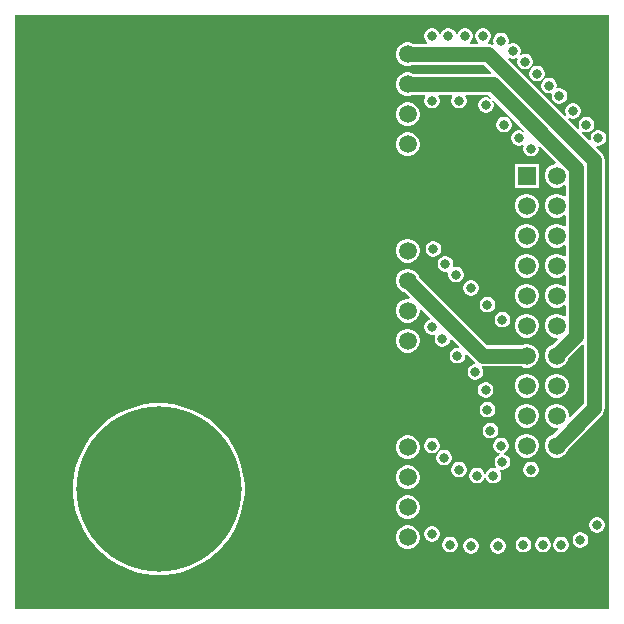
<source format=gtl>
G04*
G04 #@! TF.GenerationSoftware,Altium Limited,Altium Designer,23.2.1 (34)*
G04*
G04 Layer_Physical_Order=1*
G04 Layer_Color=255*
%FSLAX25Y25*%
%MOIN*%
G70*
G04*
G04 #@! TF.SameCoordinates,8498BAA7-9676-4981-84BE-4D8C7AE1AD3F*
G04*
G04*
G04 #@! TF.FilePolarity,Positive*
G04*
G01*
G75*
%ADD16C,0.05000*%
%ADD17C,0.03150*%
%ADD18C,0.05906*%
%ADD19R,0.05906X0.05906*%
%ADD20C,0.55118*%
G36*
X578500Y110500D02*
X380500D01*
Y308500D01*
X578500D01*
Y110500D01*
D02*
G37*
%LPC*%
G36*
X536839Y304075D02*
X536161D01*
X535506Y303899D01*
X534919Y303560D01*
X534440Y303081D01*
X534101Y302494D01*
X533925Y301839D01*
Y301161D01*
X534101Y300506D01*
X534440Y299919D01*
X534829Y299530D01*
X534732Y299154D01*
X534651Y299030D01*
X532349D01*
X532268Y299154D01*
X532171Y299530D01*
X532560Y299919D01*
X532899Y300506D01*
X533075Y301161D01*
Y301839D01*
X532899Y302494D01*
X532560Y303081D01*
X532081Y303560D01*
X531494Y303899D01*
X530839Y304075D01*
X530161D01*
X529506Y303899D01*
X528919Y303560D01*
X528440Y303081D01*
X528101Y302494D01*
X528009Y302151D01*
X527491D01*
X527399Y302494D01*
X527060Y303081D01*
X526581Y303560D01*
X525994Y303899D01*
X525339Y304075D01*
X524661D01*
X524006Y303899D01*
X523419Y303560D01*
X522940Y303081D01*
X522601Y302494D01*
X522509Y302151D01*
X521991D01*
X521899Y302494D01*
X521560Y303081D01*
X521081Y303560D01*
X520494Y303899D01*
X519839Y304075D01*
X519161D01*
X518506Y303899D01*
X517919Y303560D01*
X517440Y303081D01*
X517101Y302494D01*
X516925Y301839D01*
Y301161D01*
X517101Y300506D01*
X517440Y299919D01*
X517829Y299530D01*
X517732Y299154D01*
X517651Y299030D01*
X513291D01*
X513026Y299183D01*
X512020Y299453D01*
X510980D01*
X509974Y299183D01*
X509073Y298663D01*
X508337Y297927D01*
X507817Y297026D01*
X507547Y296020D01*
Y294980D01*
X507817Y293974D01*
X508337Y293073D01*
X509073Y292337D01*
X509974Y291817D01*
X510980Y291547D01*
X512020D01*
X513026Y291817D01*
X513291Y291970D01*
X536830D01*
X539307Y289492D01*
X539116Y289030D01*
X513291D01*
X513026Y289183D01*
X512020Y289453D01*
X510980D01*
X509974Y289183D01*
X509073Y288663D01*
X508337Y287927D01*
X507817Y287026D01*
X507547Y286020D01*
Y284980D01*
X507817Y283974D01*
X508337Y283073D01*
X509073Y282337D01*
X509974Y281817D01*
X510980Y281547D01*
X512020D01*
X513026Y281817D01*
X513291Y281970D01*
X517188D01*
X517376Y281470D01*
X517101Y280994D01*
X516925Y280339D01*
Y279661D01*
X517101Y279006D01*
X517440Y278419D01*
X517919Y277940D01*
X518506Y277601D01*
X519161Y277425D01*
X519839D01*
X520494Y277601D01*
X521081Y277940D01*
X521560Y278419D01*
X521899Y279006D01*
X522075Y279661D01*
Y280339D01*
X521899Y280994D01*
X521625Y281470D01*
X521812Y281970D01*
X526188D01*
X526375Y281470D01*
X526101Y280994D01*
X525925Y280339D01*
Y279661D01*
X526101Y279006D01*
X526440Y278419D01*
X526919Y277940D01*
X527506Y277601D01*
X528161Y277425D01*
X528839D01*
X529494Y277601D01*
X530081Y277940D01*
X530560Y278419D01*
X530899Y279006D01*
X531075Y279661D01*
Y280339D01*
X530899Y280994D01*
X530624Y281470D01*
X530812Y281970D01*
X538344D01*
X539307Y281007D01*
X539000Y280607D01*
X538494Y280899D01*
X537839Y281075D01*
X537161D01*
X536506Y280899D01*
X535919Y280560D01*
X535440Y280081D01*
X535101Y279494D01*
X534925Y278839D01*
Y278161D01*
X535101Y277506D01*
X535440Y276919D01*
X535919Y276440D01*
X536506Y276101D01*
X537161Y275925D01*
X537839D01*
X538494Y276101D01*
X539081Y276440D01*
X539560Y276919D01*
X539899Y277506D01*
X540075Y278161D01*
Y278839D01*
X539899Y279494D01*
X539607Y280000D01*
X540007Y280307D01*
X550307Y270007D01*
X550000Y269607D01*
X549494Y269899D01*
X548839Y270075D01*
X548161D01*
X547506Y269899D01*
X546919Y269560D01*
X546440Y269081D01*
X546101Y268494D01*
X545925Y267839D01*
Y267161D01*
X546101Y266506D01*
X546440Y265919D01*
X546919Y265440D01*
X547506Y265101D01*
X548161Y264925D01*
X548839D01*
X549494Y265101D01*
X549661Y265197D01*
X549735Y265163D01*
X550063Y264852D01*
X549925Y264339D01*
Y263661D01*
X550101Y263006D01*
X550440Y262419D01*
X550919Y261940D01*
X551506Y261601D01*
X552161Y261425D01*
X552839D01*
X553494Y261601D01*
X554081Y261940D01*
X554560Y262419D01*
X554899Y263006D01*
X555075Y263661D01*
Y264339D01*
X555004Y264603D01*
X555452Y264862D01*
X560899Y259415D01*
X560708Y258953D01*
X560661D01*
X559655Y258683D01*
X558754Y258163D01*
X558018Y257427D01*
X557498Y256526D01*
X557228Y255520D01*
Y254480D01*
X557498Y253474D01*
X558018Y252573D01*
X558754Y251837D01*
X559655Y251317D01*
X560661Y251047D01*
X561701D01*
X562707Y251317D01*
X563608Y251837D01*
X563642Y251871D01*
X564104Y251679D01*
Y248321D01*
X563642Y248129D01*
X563608Y248163D01*
X562707Y248683D01*
X561701Y248953D01*
X560661D01*
X559655Y248683D01*
X558754Y248163D01*
X558018Y247427D01*
X557498Y246526D01*
X557228Y245520D01*
Y244480D01*
X557498Y243474D01*
X558018Y242573D01*
X558754Y241837D01*
X559655Y241317D01*
X560661Y241047D01*
X561701D01*
X562707Y241317D01*
X563608Y241837D01*
X563642Y241871D01*
X564104Y241679D01*
Y238321D01*
X563642Y238129D01*
X563608Y238163D01*
X562707Y238683D01*
X561701Y238953D01*
X560661D01*
X559655Y238683D01*
X558754Y238163D01*
X558018Y237427D01*
X557498Y236526D01*
X557228Y235520D01*
Y234480D01*
X557498Y233474D01*
X558018Y232573D01*
X558754Y231837D01*
X559655Y231317D01*
X560661Y231047D01*
X561701D01*
X562707Y231317D01*
X563608Y231837D01*
X563642Y231871D01*
X564104Y231679D01*
Y228321D01*
X563642Y228129D01*
X563608Y228163D01*
X562707Y228683D01*
X561701Y228953D01*
X560661D01*
X559655Y228683D01*
X558754Y228163D01*
X558018Y227427D01*
X557498Y226526D01*
X557228Y225520D01*
Y224480D01*
X557498Y223474D01*
X558018Y222573D01*
X558754Y221837D01*
X559655Y221317D01*
X560661Y221047D01*
X561701D01*
X562707Y221317D01*
X563608Y221837D01*
X563642Y221871D01*
X564104Y221679D01*
Y218321D01*
X563642Y218129D01*
X563608Y218163D01*
X562707Y218683D01*
X561701Y218953D01*
X560661D01*
X559655Y218683D01*
X558754Y218163D01*
X558018Y217427D01*
X557498Y216526D01*
X557228Y215520D01*
Y214480D01*
X557498Y213474D01*
X558018Y212573D01*
X558754Y211837D01*
X559655Y211317D01*
X560661Y211047D01*
X561701D01*
X562707Y211317D01*
X563608Y211837D01*
X563642Y211871D01*
X564104Y211679D01*
Y208321D01*
X563642Y208129D01*
X563608Y208163D01*
X562707Y208683D01*
X561701Y208953D01*
X560661D01*
X559655Y208683D01*
X558754Y208163D01*
X558018Y207427D01*
X557498Y206526D01*
X557228Y205520D01*
Y204480D01*
X557498Y203474D01*
X558018Y202573D01*
X558754Y201837D01*
X559655Y201317D01*
X560661Y201047D01*
X561284D01*
X561491Y200547D01*
X559588Y198645D01*
X558754Y198163D01*
X558018Y197427D01*
X557498Y196526D01*
X557228Y195520D01*
Y194480D01*
X557498Y193474D01*
X558018Y192573D01*
X558754Y191837D01*
X559655Y191317D01*
X560661Y191047D01*
X561701D01*
X562707Y191317D01*
X563608Y191837D01*
X564344Y192573D01*
X564864Y193474D01*
X565033Y194105D01*
X569642Y198713D01*
X570104Y198522D01*
Y178915D01*
X565610Y174421D01*
X565134Y174652D01*
Y175520D01*
X564864Y176526D01*
X564344Y177427D01*
X563608Y178163D01*
X562707Y178683D01*
X561701Y178953D01*
X560661D01*
X559655Y178683D01*
X558754Y178163D01*
X558018Y177427D01*
X557498Y176526D01*
X557228Y175520D01*
Y174480D01*
X557498Y173474D01*
X558018Y172573D01*
X558754Y171837D01*
X559655Y171317D01*
X560661Y171047D01*
X561529D01*
X561760Y170572D01*
X559951Y168763D01*
X559655Y168683D01*
X558754Y168163D01*
X558018Y167427D01*
X557498Y166526D01*
X557228Y165520D01*
Y164480D01*
X557498Y163474D01*
X558018Y162573D01*
X558754Y161837D01*
X559655Y161317D01*
X560661Y161047D01*
X561701D01*
X562707Y161317D01*
X563608Y161837D01*
X564344Y162573D01*
X564864Y163474D01*
X564944Y163770D01*
X576130Y174957D01*
X576691Y175688D01*
X577044Y176539D01*
X577164Y177453D01*
Y260158D01*
X577044Y261072D01*
X576691Y261923D01*
X576130Y262654D01*
X574273Y264512D01*
X574532Y264960D01*
X574661Y264925D01*
X575339D01*
X575994Y265101D01*
X576581Y265440D01*
X577060Y265919D01*
X577399Y266506D01*
X577575Y267161D01*
Y267839D01*
X577399Y268494D01*
X577060Y269081D01*
X576581Y269560D01*
X575994Y269899D01*
X575339Y270075D01*
X574661D01*
X574006Y269899D01*
X573419Y269560D01*
X572940Y269081D01*
X572601Y268494D01*
X572425Y267839D01*
Y267161D01*
X572460Y267032D01*
X572012Y266773D01*
X569426Y269358D01*
X569733Y269758D01*
X570006Y269601D01*
X570661Y269425D01*
X571339D01*
X571994Y269601D01*
X572581Y269940D01*
X573060Y270419D01*
X573399Y271006D01*
X573575Y271661D01*
Y272339D01*
X573399Y272994D01*
X573060Y273581D01*
X572581Y274060D01*
X571994Y274399D01*
X571339Y274575D01*
X570661D01*
X570006Y274399D01*
X569419Y274060D01*
X568940Y273581D01*
X568601Y272994D01*
X568425Y272339D01*
Y271661D01*
X568601Y271006D01*
X568758Y270733D01*
X568358Y270426D01*
X564926Y273858D01*
X565233Y274258D01*
X565506Y274101D01*
X566161Y273925D01*
X566839D01*
X567494Y274101D01*
X568081Y274440D01*
X568560Y274919D01*
X568899Y275506D01*
X569075Y276161D01*
Y276839D01*
X568899Y277494D01*
X568560Y278081D01*
X568081Y278560D01*
X567494Y278899D01*
X566839Y279075D01*
X566161D01*
X565506Y278899D01*
X564919Y278560D01*
X564440Y278081D01*
X564101Y277494D01*
X563925Y276839D01*
Y276161D01*
X564101Y275506D01*
X564258Y275233D01*
X563858Y274926D01*
X544926Y293858D01*
X545233Y294258D01*
X545506Y294101D01*
X546161Y293925D01*
X546839D01*
X547494Y294101D01*
X547661Y294198D01*
X547735Y294163D01*
X548063Y293852D01*
X547925Y293339D01*
Y292661D01*
X548101Y292006D01*
X548440Y291419D01*
X548919Y290940D01*
X549506Y290601D01*
X550161Y290425D01*
X550839D01*
X551494Y290601D01*
X552081Y290940D01*
X552560Y291419D01*
X552899Y292006D01*
X553075Y292661D01*
Y293339D01*
X552899Y293994D01*
X552560Y294581D01*
X552081Y295060D01*
X551494Y295399D01*
X550839Y295575D01*
X550161D01*
X549506Y295399D01*
X549338Y295303D01*
X549265Y295337D01*
X548937Y295648D01*
X549075Y296161D01*
Y296839D01*
X548899Y297494D01*
X548560Y298081D01*
X548081Y298560D01*
X547494Y298899D01*
X546839Y299075D01*
X546161D01*
X545506Y298899D01*
X545338Y298802D01*
X545265Y298837D01*
X544937Y299148D01*
X545075Y299661D01*
Y300339D01*
X544899Y300994D01*
X544560Y301581D01*
X544081Y302060D01*
X543494Y302399D01*
X542839Y302575D01*
X542161D01*
X541506Y302399D01*
X540919Y302060D01*
X540440Y301581D01*
X540101Y300994D01*
X539925Y300339D01*
Y299661D01*
X540078Y299090D01*
X539916Y298869D01*
X539696Y298707D01*
X539206Y298910D01*
X538344Y299023D01*
X538263Y299152D01*
X538171Y299530D01*
X538560Y299919D01*
X538899Y300506D01*
X539075Y301161D01*
Y301839D01*
X538899Y302494D01*
X538560Y303081D01*
X538081Y303560D01*
X537494Y303899D01*
X536839Y304075D01*
D02*
G37*
G36*
X554839Y291575D02*
X554161D01*
X553506Y291399D01*
X552919Y291060D01*
X552440Y290581D01*
X552101Y289994D01*
X551925Y289339D01*
Y288661D01*
X552101Y288006D01*
X552440Y287419D01*
X552919Y286940D01*
X553506Y286601D01*
X554161Y286425D01*
X554839D01*
X555494Y286601D01*
X556081Y286940D01*
X556560Y287419D01*
X556899Y288006D01*
X557075Y288661D01*
Y289339D01*
X556899Y289994D01*
X556560Y290581D01*
X556081Y291060D01*
X555494Y291399D01*
X554839Y291575D01*
D02*
G37*
G36*
X558839Y287575D02*
X558161D01*
X557506Y287399D01*
X556919Y287060D01*
X556440Y286581D01*
X556101Y285994D01*
X555925Y285339D01*
Y284661D01*
X556101Y284006D01*
X556440Y283419D01*
X556919Y282940D01*
X557506Y282601D01*
X558161Y282425D01*
X558839D01*
X559082Y282490D01*
X559490Y282082D01*
X559425Y281839D01*
Y281161D01*
X559601Y280506D01*
X559940Y279919D01*
X560419Y279440D01*
X561006Y279101D01*
X561661Y278925D01*
X562339D01*
X562994Y279101D01*
X563581Y279440D01*
X564060Y279919D01*
X564399Y280506D01*
X564575Y281161D01*
Y281839D01*
X564399Y282494D01*
X564060Y283081D01*
X563581Y283560D01*
X562994Y283899D01*
X562339Y284075D01*
X561661D01*
X561418Y284010D01*
X561010Y284418D01*
X561075Y284661D01*
Y285339D01*
X560899Y285994D01*
X560560Y286581D01*
X560081Y287060D01*
X559494Y287399D01*
X558839Y287575D01*
D02*
G37*
G36*
X512020Y279453D02*
X510980D01*
X509974Y279183D01*
X509073Y278663D01*
X508337Y277927D01*
X507817Y277026D01*
X507547Y276020D01*
Y274980D01*
X507817Y273974D01*
X508337Y273073D01*
X509073Y272337D01*
X509974Y271817D01*
X510980Y271547D01*
X512020D01*
X513026Y271817D01*
X513927Y272337D01*
X514663Y273073D01*
X515183Y273974D01*
X515453Y274980D01*
Y276020D01*
X515183Y277026D01*
X514663Y277927D01*
X513927Y278663D01*
X513026Y279183D01*
X512020Y279453D01*
D02*
G37*
G36*
X543839Y274575D02*
X543161D01*
X542506Y274399D01*
X541919Y274060D01*
X541440Y273581D01*
X541101Y272994D01*
X540925Y272339D01*
Y271661D01*
X541101Y271006D01*
X541440Y270419D01*
X541919Y269940D01*
X542506Y269601D01*
X543161Y269425D01*
X543839D01*
X544494Y269601D01*
X545081Y269940D01*
X545560Y270419D01*
X545899Y271006D01*
X546075Y271661D01*
Y272339D01*
X545899Y272994D01*
X545560Y273581D01*
X545081Y274060D01*
X544494Y274399D01*
X543839Y274575D01*
D02*
G37*
G36*
X512020Y269453D02*
X510980D01*
X509974Y269183D01*
X509073Y268663D01*
X508337Y267927D01*
X507817Y267026D01*
X507547Y266020D01*
Y264980D01*
X507817Y263974D01*
X508337Y263073D01*
X509073Y262337D01*
X509974Y261817D01*
X510980Y261547D01*
X512020D01*
X513026Y261817D01*
X513927Y262337D01*
X514663Y263073D01*
X515183Y263974D01*
X515453Y264980D01*
Y266020D01*
X515183Y267026D01*
X514663Y267927D01*
X513927Y268663D01*
X513026Y269183D01*
X512020Y269453D01*
D02*
G37*
G36*
X555134Y258953D02*
X547228D01*
Y251047D01*
X555134D01*
Y258953D01*
D02*
G37*
G36*
X551701Y248953D02*
X550661D01*
X549655Y248683D01*
X548754Y248163D01*
X548018Y247427D01*
X547498Y246526D01*
X547228Y245520D01*
Y244480D01*
X547498Y243474D01*
X548018Y242573D01*
X548754Y241837D01*
X549655Y241317D01*
X550661Y241047D01*
X551701D01*
X552707Y241317D01*
X553608Y241837D01*
X554344Y242573D01*
X554865Y243474D01*
X555134Y244480D01*
Y245520D01*
X554865Y246526D01*
X554344Y247427D01*
X553608Y248163D01*
X552707Y248683D01*
X551701Y248953D01*
D02*
G37*
G36*
Y238953D02*
X550661D01*
X549655Y238683D01*
X548754Y238163D01*
X548018Y237427D01*
X547498Y236526D01*
X547228Y235520D01*
Y234480D01*
X547498Y233474D01*
X548018Y232573D01*
X548754Y231837D01*
X549655Y231317D01*
X550661Y231047D01*
X551701D01*
X552707Y231317D01*
X553608Y231837D01*
X554344Y232573D01*
X554865Y233474D01*
X555134Y234480D01*
Y235520D01*
X554865Y236526D01*
X554344Y237427D01*
X553608Y238163D01*
X552707Y238683D01*
X551701Y238953D01*
D02*
G37*
G36*
X520339Y233075D02*
X519661D01*
X519006Y232899D01*
X518419Y232560D01*
X517940Y232081D01*
X517601Y231494D01*
X517425Y230839D01*
Y230161D01*
X517601Y229506D01*
X517940Y228919D01*
X518419Y228440D01*
X519006Y228101D01*
X519661Y227925D01*
X520339D01*
X520994Y228101D01*
X521581Y228440D01*
X522060Y228919D01*
X522399Y229506D01*
X522575Y230161D01*
Y230839D01*
X522399Y231494D01*
X522060Y232081D01*
X521581Y232560D01*
X520994Y232899D01*
X520339Y233075D01*
D02*
G37*
G36*
X512020Y233953D02*
X510980D01*
X509974Y233683D01*
X509073Y233163D01*
X508337Y232427D01*
X507817Y231526D01*
X507547Y230520D01*
Y229480D01*
X507817Y228474D01*
X508337Y227573D01*
X509073Y226837D01*
X509974Y226317D01*
X510980Y226047D01*
X512020D01*
X513026Y226317D01*
X513927Y226837D01*
X514663Y227573D01*
X515183Y228474D01*
X515453Y229480D01*
Y230520D01*
X515183Y231526D01*
X514663Y232427D01*
X513927Y233163D01*
X513026Y233683D01*
X512020Y233953D01*
D02*
G37*
G36*
X551701Y228953D02*
X550661D01*
X549655Y228683D01*
X548754Y228163D01*
X548018Y227427D01*
X547498Y226526D01*
X547228Y225520D01*
Y224480D01*
X547498Y223474D01*
X548018Y222573D01*
X548754Y221837D01*
X549655Y221317D01*
X550661Y221047D01*
X551701D01*
X552707Y221317D01*
X553608Y221837D01*
X554344Y222573D01*
X554865Y223474D01*
X555134Y224480D01*
Y225520D01*
X554865Y226526D01*
X554344Y227427D01*
X553608Y228163D01*
X552707Y228683D01*
X551701Y228953D01*
D02*
G37*
G36*
X524339Y228075D02*
X523661D01*
X523006Y227899D01*
X522419Y227560D01*
X521940Y227081D01*
X521601Y226494D01*
X521425Y225839D01*
Y225161D01*
X521601Y224506D01*
X521940Y223919D01*
X522419Y223440D01*
X523006Y223101D01*
X523661Y222925D01*
X524339D01*
X524582Y222990D01*
X524990Y222582D01*
X524925Y222339D01*
Y221661D01*
X525101Y221006D01*
X525440Y220419D01*
X525919Y219940D01*
X526506Y219601D01*
X527161Y219425D01*
X527839D01*
X528494Y219601D01*
X529081Y219940D01*
X529560Y220419D01*
X529899Y221006D01*
X530075Y221661D01*
Y222339D01*
X529899Y222994D01*
X529560Y223581D01*
X529081Y224060D01*
X528494Y224399D01*
X527839Y224575D01*
X527161D01*
X526918Y224510D01*
X526510Y224918D01*
X526575Y225161D01*
Y225839D01*
X526399Y226494D01*
X526060Y227081D01*
X525581Y227560D01*
X524994Y227899D01*
X524339Y228075D01*
D02*
G37*
G36*
X532839Y220075D02*
X532161D01*
X531506Y219899D01*
X530919Y219560D01*
X530440Y219081D01*
X530101Y218494D01*
X529925Y217839D01*
Y217161D01*
X530101Y216506D01*
X530440Y215919D01*
X530919Y215440D01*
X531506Y215101D01*
X532161Y214925D01*
X532839D01*
X533494Y215101D01*
X534081Y215440D01*
X534560Y215919D01*
X534899Y216506D01*
X535075Y217161D01*
Y217839D01*
X534899Y218494D01*
X534560Y219081D01*
X534081Y219560D01*
X533494Y219899D01*
X532839Y220075D01*
D02*
G37*
G36*
X551701Y218953D02*
X550661D01*
X549655Y218683D01*
X548754Y218163D01*
X548018Y217427D01*
X547498Y216526D01*
X547228Y215520D01*
Y214480D01*
X547498Y213474D01*
X548018Y212573D01*
X548754Y211837D01*
X549655Y211317D01*
X550661Y211047D01*
X551701D01*
X552707Y211317D01*
X553608Y211837D01*
X554344Y212573D01*
X554865Y213474D01*
X555134Y214480D01*
Y215520D01*
X554865Y216526D01*
X554344Y217427D01*
X553608Y218163D01*
X552707Y218683D01*
X551701Y218953D01*
D02*
G37*
G36*
X538339Y214575D02*
X537661D01*
X537006Y214399D01*
X536419Y214060D01*
X535940Y213581D01*
X535601Y212994D01*
X535425Y212339D01*
Y211661D01*
X535601Y211006D01*
X535940Y210419D01*
X536419Y209940D01*
X537006Y209601D01*
X537661Y209425D01*
X538339D01*
X538994Y209601D01*
X539581Y209940D01*
X540060Y210419D01*
X540399Y211006D01*
X540575Y211661D01*
Y212339D01*
X540399Y212994D01*
X540060Y213581D01*
X539581Y214060D01*
X538994Y214399D01*
X538339Y214575D01*
D02*
G37*
G36*
X543339Y209575D02*
X542661D01*
X542006Y209399D01*
X541419Y209060D01*
X540940Y208581D01*
X540601Y207994D01*
X540425Y207339D01*
Y206661D01*
X540601Y206006D01*
X540940Y205419D01*
X541419Y204940D01*
X542006Y204601D01*
X542661Y204425D01*
X543339D01*
X543994Y204601D01*
X544581Y204940D01*
X545060Y205419D01*
X545399Y206006D01*
X545575Y206661D01*
Y207339D01*
X545399Y207994D01*
X545060Y208581D01*
X544581Y209060D01*
X543994Y209399D01*
X543339Y209575D01*
D02*
G37*
G36*
X551701Y208953D02*
X550661D01*
X549655Y208683D01*
X548754Y208163D01*
X548018Y207427D01*
X547498Y206526D01*
X547228Y205520D01*
Y204480D01*
X547498Y203474D01*
X548018Y202573D01*
X548754Y201837D01*
X549655Y201317D01*
X550661Y201047D01*
X551701D01*
X552707Y201317D01*
X553608Y201837D01*
X554344Y202573D01*
X554865Y203474D01*
X555134Y204480D01*
Y205520D01*
X554865Y206526D01*
X554344Y207427D01*
X553608Y208163D01*
X552707Y208683D01*
X551701Y208953D01*
D02*
G37*
G36*
X512020Y203953D02*
X510980D01*
X509974Y203683D01*
X509073Y203163D01*
X508337Y202427D01*
X507817Y201526D01*
X507547Y200520D01*
Y199480D01*
X507817Y198474D01*
X508337Y197573D01*
X509073Y196837D01*
X509974Y196317D01*
X510980Y196047D01*
X512020D01*
X513026Y196317D01*
X513927Y196837D01*
X514663Y197573D01*
X515183Y198474D01*
X515453Y199480D01*
Y200520D01*
X515183Y201526D01*
X514663Y202427D01*
X513927Y203163D01*
X513026Y203683D01*
X512020Y203953D01*
D02*
G37*
G36*
Y223953D02*
X510980D01*
X509974Y223683D01*
X509073Y223163D01*
X508337Y222427D01*
X507817Y221526D01*
X507547Y220520D01*
Y219480D01*
X507817Y218474D01*
X508337Y217573D01*
X509073Y216837D01*
X509974Y216317D01*
X510270Y216237D01*
X512079Y214428D01*
X511848Y213953D01*
X510980D01*
X509974Y213683D01*
X509073Y213163D01*
X508337Y212427D01*
X507817Y211526D01*
X507547Y210520D01*
Y209480D01*
X507817Y208474D01*
X508337Y207573D01*
X509073Y206837D01*
X509974Y206317D01*
X510980Y206047D01*
X512020D01*
X513026Y206317D01*
X513927Y206837D01*
X514663Y207573D01*
X515183Y208474D01*
X515453Y209480D01*
Y210348D01*
X515928Y210579D01*
X518967Y207540D01*
X518818Y206983D01*
X518506Y206899D01*
X517919Y206560D01*
X517440Y206081D01*
X517101Y205494D01*
X516925Y204839D01*
Y204161D01*
X517101Y203506D01*
X517440Y202919D01*
X517919Y202440D01*
X518506Y202101D01*
X519161Y201925D01*
X519839D01*
X520352Y202063D01*
X520663Y201735D01*
X520697Y201662D01*
X520601Y201494D01*
X520425Y200839D01*
Y200161D01*
X520601Y199506D01*
X520940Y198919D01*
X521419Y198440D01*
X522006Y198101D01*
X522661Y197925D01*
X523339D01*
X523994Y198101D01*
X524581Y198440D01*
X525060Y198919D01*
X525399Y199506D01*
X525575Y200161D01*
Y200226D01*
X526075Y200433D01*
X528452Y198056D01*
X528406Y197861D01*
X528226Y197575D01*
X527661D01*
X527006Y197399D01*
X526419Y197060D01*
X525940Y196581D01*
X525601Y195994D01*
X525425Y195339D01*
Y194661D01*
X525601Y194006D01*
X525940Y193419D01*
X526419Y192940D01*
X527006Y192601D01*
X527661Y192425D01*
X528339D01*
X528994Y192601D01*
X529581Y192940D01*
X530060Y193419D01*
X530399Y194006D01*
X530575Y194661D01*
Y195226D01*
X530861Y195406D01*
X531056Y195452D01*
X533933Y192575D01*
X533877Y192296D01*
X533742Y192075D01*
X533661D01*
X533006Y191899D01*
X532419Y191560D01*
X531940Y191081D01*
X531601Y190494D01*
X531425Y189839D01*
Y189161D01*
X531601Y188506D01*
X531940Y187919D01*
X532419Y187440D01*
X533006Y187101D01*
X533661Y186925D01*
X534339D01*
X534994Y187101D01*
X535581Y187440D01*
X536060Y187919D01*
X536399Y188506D01*
X536575Y189161D01*
Y189839D01*
X536399Y190494D01*
X536096Y191019D01*
X536178Y191241D01*
X536360Y191488D01*
X536500Y191470D01*
X549390D01*
X549655Y191317D01*
X550661Y191047D01*
X551701D01*
X552707Y191317D01*
X553608Y191837D01*
X554344Y192573D01*
X554865Y193474D01*
X555134Y194480D01*
Y195520D01*
X554865Y196526D01*
X554344Y197427D01*
X553608Y198163D01*
X552707Y198683D01*
X551701Y198953D01*
X550661D01*
X549655Y198683D01*
X549390Y198530D01*
X537962D01*
X515263Y221230D01*
X515183Y221526D01*
X514663Y222427D01*
X513927Y223163D01*
X513026Y223683D01*
X512020Y223953D01*
D02*
G37*
G36*
X561701Y188953D02*
X560661D01*
X559655Y188683D01*
X558754Y188163D01*
X558018Y187427D01*
X557498Y186526D01*
X557228Y185520D01*
Y184480D01*
X557498Y183474D01*
X558018Y182573D01*
X558754Y181837D01*
X559655Y181317D01*
X560661Y181047D01*
X561701D01*
X562707Y181317D01*
X563608Y181837D01*
X564344Y182573D01*
X564864Y183474D01*
X565134Y184480D01*
Y185520D01*
X564864Y186526D01*
X564344Y187427D01*
X563608Y188163D01*
X562707Y188683D01*
X561701Y188953D01*
D02*
G37*
G36*
X551701D02*
X550661D01*
X549655Y188683D01*
X548754Y188163D01*
X548018Y187427D01*
X547498Y186526D01*
X547228Y185520D01*
Y184480D01*
X547498Y183474D01*
X548018Y182573D01*
X548754Y181837D01*
X549655Y181317D01*
X550661Y181047D01*
X551701D01*
X552707Y181317D01*
X553608Y181837D01*
X554344Y182573D01*
X554865Y183474D01*
X555134Y184480D01*
Y185520D01*
X554865Y186526D01*
X554344Y187427D01*
X553608Y188163D01*
X552707Y188683D01*
X551701Y188953D01*
D02*
G37*
G36*
X537779Y186156D02*
X537101D01*
X536446Y185980D01*
X535859Y185641D01*
X535379Y185162D01*
X535040Y184575D01*
X534865Y183920D01*
Y183242D01*
X535040Y182587D01*
X535379Y182000D01*
X535859Y181521D01*
X536446Y181182D01*
X537101Y181006D01*
X537779D01*
X538434Y181182D01*
X539021Y181521D01*
X539500Y182000D01*
X539839Y182587D01*
X540015Y183242D01*
Y183920D01*
X539839Y184575D01*
X539500Y185162D01*
X539021Y185641D01*
X538434Y185980D01*
X537779Y186156D01*
D02*
G37*
G36*
X538339Y179575D02*
X537661D01*
X537006Y179399D01*
X536419Y179060D01*
X535940Y178581D01*
X535601Y177994D01*
X535425Y177339D01*
Y176661D01*
X535601Y176006D01*
X535940Y175419D01*
X536419Y174940D01*
X537006Y174601D01*
X537661Y174425D01*
X538339D01*
X538994Y174601D01*
X539581Y174940D01*
X540060Y175419D01*
X540399Y176006D01*
X540575Y176661D01*
Y177339D01*
X540399Y177994D01*
X540060Y178581D01*
X539581Y179060D01*
X538994Y179399D01*
X538339Y179575D01*
D02*
G37*
G36*
X551701Y178953D02*
X550661D01*
X549655Y178683D01*
X548754Y178163D01*
X548018Y177427D01*
X547498Y176526D01*
X547228Y175520D01*
Y174480D01*
X547498Y173474D01*
X548018Y172573D01*
X548754Y171837D01*
X549655Y171317D01*
X550661Y171047D01*
X551701D01*
X552707Y171317D01*
X553608Y171837D01*
X554344Y172573D01*
X554865Y173474D01*
X555134Y174480D01*
Y175520D01*
X554865Y176526D01*
X554344Y177427D01*
X553608Y178163D01*
X552707Y178683D01*
X551701Y178953D01*
D02*
G37*
G36*
X539339Y172575D02*
X538661D01*
X538006Y172399D01*
X537419Y172060D01*
X536940Y171581D01*
X536601Y170994D01*
X536425Y170339D01*
Y169661D01*
X536601Y169006D01*
X536940Y168419D01*
X537419Y167940D01*
X538006Y167601D01*
X538661Y167425D01*
X539339D01*
X539994Y167601D01*
X540581Y167940D01*
X541060Y168419D01*
X541399Y169006D01*
X541575Y169661D01*
Y170339D01*
X541399Y170994D01*
X541060Y171581D01*
X540581Y172060D01*
X539994Y172399D01*
X539339Y172575D01*
D02*
G37*
G36*
X519839Y167575D02*
X519161D01*
X518506Y167399D01*
X517919Y167060D01*
X517440Y166581D01*
X517101Y165994D01*
X516925Y165339D01*
Y164661D01*
X517101Y164006D01*
X517440Y163419D01*
X517919Y162940D01*
X518506Y162601D01*
X519161Y162425D01*
X519839D01*
X520494Y162601D01*
X521081Y162940D01*
X521560Y163419D01*
X521899Y164006D01*
X522075Y164661D01*
Y165339D01*
X521899Y165994D01*
X521560Y166581D01*
X521081Y167060D01*
X520494Y167399D01*
X519839Y167575D01*
D02*
G37*
G36*
X551701Y168953D02*
X550661D01*
X549655Y168683D01*
X548754Y168163D01*
X548018Y167427D01*
X547498Y166526D01*
X547228Y165520D01*
Y164480D01*
X547498Y163474D01*
X548018Y162573D01*
X548754Y161837D01*
X549655Y161317D01*
X550661Y161047D01*
X551701D01*
X552707Y161317D01*
X553608Y161837D01*
X554344Y162573D01*
X554865Y163474D01*
X555134Y164480D01*
Y165520D01*
X554865Y166526D01*
X554344Y167427D01*
X553608Y168163D01*
X552707Y168683D01*
X551701Y168953D01*
D02*
G37*
G36*
X512020Y168453D02*
X510980D01*
X509974Y168183D01*
X509073Y167663D01*
X508337Y166927D01*
X507817Y166026D01*
X507547Y165020D01*
Y163980D01*
X507817Y162974D01*
X508337Y162073D01*
X509073Y161337D01*
X509974Y160817D01*
X510980Y160547D01*
X512020D01*
X513026Y160817D01*
X513927Y161337D01*
X514663Y162073D01*
X515183Y162974D01*
X515453Y163980D01*
Y165020D01*
X515183Y166026D01*
X514663Y166927D01*
X513927Y167663D01*
X513026Y168183D01*
X512020Y168453D01*
D02*
G37*
G36*
X523839Y163575D02*
X523161D01*
X522506Y163399D01*
X521919Y163060D01*
X521440Y162581D01*
X521101Y161994D01*
X520925Y161339D01*
Y160661D01*
X521101Y160006D01*
X521440Y159419D01*
X521919Y158940D01*
X522506Y158601D01*
X523161Y158425D01*
X523839D01*
X524494Y158601D01*
X525081Y158940D01*
X525560Y159419D01*
X525899Y160006D01*
X526075Y160661D01*
Y161339D01*
X525899Y161994D01*
X525560Y162581D01*
X525081Y163060D01*
X524494Y163399D01*
X523839Y163575D01*
D02*
G37*
G36*
X542839Y167575D02*
X542161D01*
X541506Y167399D01*
X540919Y167060D01*
X540440Y166581D01*
X540101Y165994D01*
X539925Y165339D01*
Y164661D01*
X540101Y164006D01*
X540440Y163419D01*
X540919Y162940D01*
X541506Y162601D01*
X542099Y162442D01*
X542115Y162404D01*
X542006Y161899D01*
X541419Y161560D01*
X540940Y161081D01*
X540601Y160494D01*
X540425Y159839D01*
Y159161D01*
X540601Y158506D01*
X540931Y157934D01*
X540915Y157880D01*
X540664Y157488D01*
X540339Y157575D01*
X539661D01*
X539006Y157399D01*
X538419Y157060D01*
X537940Y156581D01*
X537601Y155994D01*
X537509Y155651D01*
X536991D01*
X536899Y155994D01*
X536560Y156581D01*
X536081Y157060D01*
X535494Y157399D01*
X534839Y157575D01*
X534161D01*
X533506Y157399D01*
X532919Y157060D01*
X532440Y156581D01*
X532101Y155994D01*
X531925Y155339D01*
Y154661D01*
X532101Y154006D01*
X532440Y153419D01*
X532919Y152940D01*
X533506Y152601D01*
X534161Y152425D01*
X534839D01*
X535494Y152601D01*
X536081Y152940D01*
X536560Y153419D01*
X536899Y154006D01*
X536991Y154349D01*
X537509D01*
X537601Y154006D01*
X537940Y153419D01*
X538419Y152940D01*
X539006Y152601D01*
X539661Y152425D01*
X540339D01*
X540994Y152601D01*
X541581Y152940D01*
X542060Y153419D01*
X542399Y154006D01*
X542575Y154661D01*
Y155339D01*
X542399Y155994D01*
X542069Y156566D01*
X542085Y156620D01*
X542336Y157012D01*
X542661Y156925D01*
X543339D01*
X543994Y157101D01*
X544581Y157440D01*
X545060Y157919D01*
X545399Y158506D01*
X545575Y159161D01*
Y159839D01*
X545399Y160494D01*
X545060Y161081D01*
X544581Y161560D01*
X543994Y161899D01*
X543401Y162058D01*
X543385Y162096D01*
X543494Y162601D01*
X544081Y162940D01*
X544560Y163419D01*
X544899Y164006D01*
X545075Y164661D01*
Y165339D01*
X544899Y165994D01*
X544560Y166581D01*
X544081Y167060D01*
X543494Y167399D01*
X542839Y167575D01*
D02*
G37*
G36*
X552839Y159575D02*
X552161D01*
X551506Y159399D01*
X550919Y159060D01*
X550440Y158581D01*
X550101Y157994D01*
X549925Y157339D01*
Y156661D01*
X550101Y156006D01*
X550440Y155419D01*
X550919Y154940D01*
X551506Y154601D01*
X552161Y154425D01*
X552839D01*
X553494Y154601D01*
X554081Y154940D01*
X554560Y155419D01*
X554899Y156006D01*
X555075Y156661D01*
Y157339D01*
X554899Y157994D01*
X554560Y158581D01*
X554081Y159060D01*
X553494Y159399D01*
X552839Y159575D01*
D02*
G37*
G36*
X528839D02*
X528161D01*
X527506Y159399D01*
X526919Y159060D01*
X526440Y158581D01*
X526101Y157994D01*
X525925Y157339D01*
Y156661D01*
X526101Y156006D01*
X526440Y155419D01*
X526919Y154940D01*
X527506Y154601D01*
X528161Y154425D01*
X528839D01*
X529494Y154601D01*
X530081Y154940D01*
X530560Y155419D01*
X530899Y156006D01*
X531075Y156661D01*
Y157339D01*
X530899Y157994D01*
X530560Y158581D01*
X530081Y159060D01*
X529494Y159399D01*
X528839Y159575D01*
D02*
G37*
G36*
X512020Y158453D02*
X510980D01*
X509974Y158183D01*
X509073Y157663D01*
X508337Y156927D01*
X507817Y156026D01*
X507547Y155020D01*
Y153980D01*
X507817Y152974D01*
X508337Y152073D01*
X509073Y151337D01*
X509974Y150817D01*
X510980Y150547D01*
X512020D01*
X513026Y150817D01*
X513927Y151337D01*
X514663Y152073D01*
X515183Y152974D01*
X515453Y153980D01*
Y155020D01*
X515183Y156026D01*
X514663Y156927D01*
X513927Y157663D01*
X513026Y158183D01*
X512020Y158453D01*
D02*
G37*
G36*
Y148453D02*
X510980D01*
X509974Y148183D01*
X509073Y147663D01*
X508337Y146927D01*
X507817Y146026D01*
X507547Y145020D01*
Y143980D01*
X507817Y142974D01*
X508337Y142073D01*
X509073Y141337D01*
X509974Y140817D01*
X510980Y140547D01*
X512020D01*
X513026Y140817D01*
X513927Y141337D01*
X514663Y142073D01*
X515183Y142974D01*
X515453Y143980D01*
Y145020D01*
X515183Y146026D01*
X514663Y146927D01*
X513927Y147663D01*
X513026Y148183D01*
X512020Y148453D01*
D02*
G37*
G36*
X574839Y141075D02*
X574161D01*
X573506Y140899D01*
X572919Y140560D01*
X572440Y140081D01*
X572101Y139494D01*
X571925Y138839D01*
Y138161D01*
X572101Y137506D01*
X572440Y136919D01*
X572919Y136440D01*
X573506Y136101D01*
X574161Y135925D01*
X574839D01*
X575494Y136101D01*
X576081Y136440D01*
X576560Y136919D01*
X576899Y137506D01*
X577075Y138161D01*
Y138839D01*
X576899Y139494D01*
X576560Y140081D01*
X576081Y140560D01*
X575494Y140899D01*
X574839Y141075D01*
D02*
G37*
G36*
X519839Y138075D02*
X519161D01*
X518506Y137899D01*
X517919Y137560D01*
X517440Y137081D01*
X517101Y136494D01*
X516925Y135839D01*
Y135161D01*
X517101Y134506D01*
X517440Y133919D01*
X517919Y133440D01*
X518506Y133101D01*
X519161Y132925D01*
X519839D01*
X520494Y133101D01*
X521081Y133440D01*
X521560Y133919D01*
X521899Y134506D01*
X522075Y135161D01*
Y135839D01*
X521899Y136494D01*
X521560Y137081D01*
X521081Y137560D01*
X520494Y137899D01*
X519839Y138075D01*
D02*
G37*
G36*
X569339Y136075D02*
X568661D01*
X568006Y135899D01*
X567419Y135560D01*
X566940Y135081D01*
X566601Y134494D01*
X566425Y133839D01*
Y133161D01*
X566601Y132506D01*
X566940Y131919D01*
X567419Y131440D01*
X568006Y131101D01*
X568661Y130925D01*
X569339D01*
X569994Y131101D01*
X570581Y131440D01*
X571060Y131919D01*
X571399Y132506D01*
X571575Y133161D01*
Y133839D01*
X571399Y134494D01*
X571060Y135081D01*
X570581Y135560D01*
X569994Y135899D01*
X569339Y136075D01*
D02*
G37*
G36*
X512020Y138453D02*
X510980D01*
X509974Y138183D01*
X509073Y137663D01*
X508337Y136927D01*
X507817Y136026D01*
X507547Y135020D01*
Y133980D01*
X507817Y132974D01*
X508337Y132073D01*
X509073Y131337D01*
X509974Y130817D01*
X510980Y130547D01*
X512020D01*
X513026Y130817D01*
X513927Y131337D01*
X514663Y132073D01*
X515183Y132974D01*
X515453Y133980D01*
Y135020D01*
X515183Y136026D01*
X514663Y136927D01*
X513927Y137663D01*
X513026Y138183D01*
X512020Y138453D01*
D02*
G37*
G36*
X562839Y134575D02*
X562161D01*
X561506Y134399D01*
X560919Y134060D01*
X560440Y133581D01*
X560101Y132994D01*
X559925Y132339D01*
Y131661D01*
X560101Y131006D01*
X560440Y130419D01*
X560919Y129940D01*
X561506Y129601D01*
X562161Y129425D01*
X562839D01*
X563494Y129601D01*
X564081Y129940D01*
X564560Y130419D01*
X564899Y131006D01*
X565075Y131661D01*
Y132339D01*
X564899Y132994D01*
X564560Y133581D01*
X564081Y134060D01*
X563494Y134399D01*
X562839Y134575D01*
D02*
G37*
G36*
X556839D02*
X556161D01*
X555506Y134399D01*
X554919Y134060D01*
X554440Y133581D01*
X554101Y132994D01*
X553925Y132339D01*
Y131661D01*
X554101Y131006D01*
X554440Y130419D01*
X554919Y129940D01*
X555506Y129601D01*
X556161Y129425D01*
X556839D01*
X557494Y129601D01*
X558081Y129940D01*
X558560Y130419D01*
X558899Y131006D01*
X559075Y131661D01*
Y132339D01*
X558899Y132994D01*
X558560Y133581D01*
X558081Y134060D01*
X557494Y134399D01*
X556839Y134575D01*
D02*
G37*
G36*
X550339D02*
X549661D01*
X549006Y134399D01*
X548419Y134060D01*
X547940Y133581D01*
X547601Y132994D01*
X547425Y132339D01*
Y131661D01*
X547601Y131006D01*
X547940Y130419D01*
X548419Y129940D01*
X549006Y129601D01*
X549661Y129425D01*
X550339D01*
X550994Y129601D01*
X551581Y129940D01*
X552060Y130419D01*
X552399Y131006D01*
X552575Y131661D01*
Y132339D01*
X552399Y132994D01*
X552060Y133581D01*
X551581Y134060D01*
X550994Y134399D01*
X550339Y134575D01*
D02*
G37*
G36*
X525839D02*
X525161D01*
X524506Y134399D01*
X523919Y134060D01*
X523440Y133581D01*
X523101Y132994D01*
X522925Y132339D01*
Y131661D01*
X523101Y131006D01*
X523440Y130419D01*
X523919Y129940D01*
X524506Y129601D01*
X525161Y129425D01*
X525839D01*
X526494Y129601D01*
X527081Y129940D01*
X527560Y130419D01*
X527899Y131006D01*
X528075Y131661D01*
Y132339D01*
X527899Y132994D01*
X527560Y133581D01*
X527081Y134060D01*
X526494Y134399D01*
X525839Y134575D01*
D02*
G37*
G36*
X541940Y134081D02*
X541262D01*
X540607Y133905D01*
X540020Y133566D01*
X539540Y133087D01*
X539201Y132500D01*
X539026Y131845D01*
Y131167D01*
X539201Y130512D01*
X539540Y129925D01*
X540020Y129446D01*
X540607Y129107D01*
X541262Y128931D01*
X541940D01*
X542594Y129107D01*
X543182Y129446D01*
X543661Y129925D01*
X544000Y130512D01*
X544175Y131167D01*
Y131845D01*
X544000Y132500D01*
X543661Y133087D01*
X543182Y133566D01*
X542594Y133905D01*
X541940Y134081D01*
D02*
G37*
G36*
X532839Y134075D02*
X532161D01*
X531506Y133899D01*
X530919Y133560D01*
X530440Y133081D01*
X530101Y132494D01*
X529925Y131839D01*
Y131161D01*
X530101Y130506D01*
X530440Y129919D01*
X530919Y129440D01*
X531506Y129101D01*
X532161Y128925D01*
X532839D01*
X533494Y129101D01*
X534081Y129440D01*
X534560Y129919D01*
X534899Y130506D01*
X535075Y131161D01*
Y131839D01*
X534899Y132494D01*
X534560Y133081D01*
X534081Y133560D01*
X533494Y133899D01*
X532839Y134075D01*
D02*
G37*
G36*
X430104Y179079D02*
X426896D01*
X423709Y178720D01*
X420581Y178006D01*
X417554Y176946D01*
X414664Y175555D01*
X411948Y173848D01*
X409440Y171848D01*
X407172Y169580D01*
X405172Y167072D01*
X403465Y164356D01*
X402073Y161466D01*
X401014Y158438D01*
X400300Y155311D01*
X399941Y152123D01*
Y148916D01*
X400300Y145728D01*
X401014Y142601D01*
X402073Y139573D01*
X403465Y136683D01*
X405172Y133967D01*
X407172Y131459D01*
X409440Y129191D01*
X411948Y127191D01*
X414664Y125485D01*
X417554Y124093D01*
X420581Y123034D01*
X423709Y122320D01*
X426896Y121961D01*
X430104D01*
X433291Y122320D01*
X436419Y123034D01*
X439446Y124093D01*
X442336Y125485D01*
X445052Y127191D01*
X447560Y129191D01*
X449828Y131459D01*
X451828Y133967D01*
X453535Y136683D01*
X454927Y139573D01*
X455986Y142601D01*
X456700Y145728D01*
X457059Y148916D01*
Y152123D01*
X456700Y155311D01*
X455986Y158438D01*
X454927Y161466D01*
X453535Y164356D01*
X451828Y167072D01*
X449828Y169580D01*
X447560Y171848D01*
X445052Y173848D01*
X442336Y175555D01*
X439446Y176946D01*
X436419Y178006D01*
X433291Y178720D01*
X430104Y179079D01*
D02*
G37*
%LPD*%
D16*
X536500Y195000D02*
X551181D01*
X511500Y220000D02*
X536500Y195000D01*
X561181Y165000D02*
X573634Y177453D01*
Y260158D01*
X538292Y295500D02*
X573634Y260158D01*
X511500Y295500D02*
X538292D01*
X561181Y195000D02*
Y195245D01*
X567634Y201698D01*
Y257673D01*
X539807Y285500D02*
X567634Y257673D01*
X511500Y285500D02*
X539807D01*
D17*
X574500Y138500D02*
D03*
X569000Y133500D02*
D03*
X562500Y132000D02*
D03*
X556500D02*
D03*
X550000D02*
D03*
X541601Y131506D02*
D03*
X532500Y131500D02*
D03*
X525500Y132000D02*
D03*
X519500Y135500D02*
D03*
Y165000D02*
D03*
X523500Y161000D02*
D03*
X528500Y157000D02*
D03*
X534500Y155000D02*
D03*
X540000D02*
D03*
X552500Y157000D02*
D03*
X543000Y159500D02*
D03*
X542500Y165000D02*
D03*
X539000Y170000D02*
D03*
X538000Y177000D02*
D03*
X537440Y183581D02*
D03*
X534000Y189500D02*
D03*
X528000Y195000D02*
D03*
X523000Y200500D02*
D03*
X519500Y204500D02*
D03*
X543000Y207000D02*
D03*
X538000Y212000D02*
D03*
X532500Y217500D02*
D03*
X527500Y222000D02*
D03*
X524000Y225500D02*
D03*
X520000Y230500D02*
D03*
X552500Y264000D02*
D03*
X548500Y267500D02*
D03*
X543500Y272000D02*
D03*
X537500Y278500D02*
D03*
X528500Y280000D02*
D03*
X519500D02*
D03*
X575000Y267500D02*
D03*
X571000Y272000D02*
D03*
X566500Y276500D02*
D03*
X562000Y281500D02*
D03*
X558500Y285000D02*
D03*
X554500Y289000D02*
D03*
X550500Y293000D02*
D03*
X546500Y296500D02*
D03*
X542500Y300000D02*
D03*
X536500Y301500D02*
D03*
X530500D02*
D03*
X525000D02*
D03*
X519500D02*
D03*
D18*
X511500Y164500D02*
D03*
Y154500D02*
D03*
Y144500D02*
D03*
Y134500D02*
D03*
Y230000D02*
D03*
Y220000D02*
D03*
Y210000D02*
D03*
Y200000D02*
D03*
Y295500D02*
D03*
Y285500D02*
D03*
Y275500D02*
D03*
Y265500D02*
D03*
X561181Y255000D02*
D03*
X551181Y245000D02*
D03*
X561181D02*
D03*
X551181Y235000D02*
D03*
X561181D02*
D03*
X551181Y225000D02*
D03*
X561181D02*
D03*
X551181Y215000D02*
D03*
X561181D02*
D03*
X551181Y205000D02*
D03*
X561181D02*
D03*
X551181Y195000D02*
D03*
X561181D02*
D03*
X551181Y185000D02*
D03*
X561181D02*
D03*
X551181Y175000D02*
D03*
X561181D02*
D03*
X551181Y165000D02*
D03*
X561181D02*
D03*
D19*
X511500Y124500D02*
D03*
Y190000D02*
D03*
Y255500D02*
D03*
X551181Y255000D02*
D03*
D20*
X428500Y150520D02*
D03*
Y268630D02*
D03*
M02*

</source>
